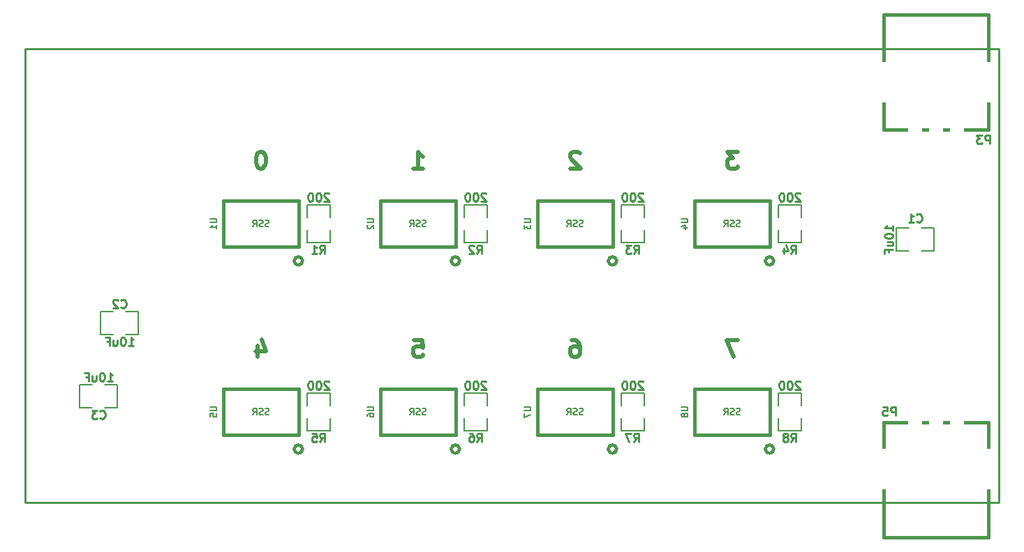
<source format=gbo>
G04 #@! TF.GenerationSoftware,KiCad,Pcbnew,no-vcs-found-7571~57~ubuntu16.04.1*
G04 #@! TF.CreationDate,2017-02-02T13:32:18-05:00*
G04 #@! TF.ProjectId,relay_controller_5x3,72656C61795F636F6E74726F6C6C6572,1.2*
G04 #@! TF.FileFunction,Legend,Bot*
G04 #@! TF.FilePolarity,Positive*
%FSLAX46Y46*%
G04 Gerber Fmt 4.6, Leading zero omitted, Abs format (unit mm)*
G04 Created by KiCad (PCBNEW no-vcs-found-7571~57~ubuntu16.04.1) date Thu Feb  2 13:32:18 2017*
%MOMM*%
%LPD*%
G01*
G04 APERTURE LIST*
%ADD10C,0.100000*%
%ADD11C,0.508000*%
%ADD12C,0.228600*%
%ADD13C,0.381000*%
%ADD14C,0.127000*%
%ADD15C,0.190500*%
%ADD16C,0.254000*%
%ADD17R,1.270000X2.032000*%
%ADD18C,3.759200*%
%ADD19O,1.524000X2.540000*%
%ADD20O,2.540000X1.524000*%
%ADD21C,2.540000*%
%ADD22C,1.778000*%
%ADD23C,1.930400*%
%ADD24O,4.572000X3.556000*%
%ADD25O,4.064000X5.080000*%
%ADD26O,5.080000X3.556000*%
%ADD27O,5.080000X3.048000*%
%ADD28O,2.032000X1.524000*%
%ADD29O,1.524000X2.032000*%
%ADD30O,1.651000X2.159000*%
%ADD31C,1.600200*%
%ADD32R,1.778000X4.191000*%
%ADD33R,2.997200X5.029200*%
%ADD34R,2.540000X1.270000*%
%ADD35R,1.270000X2.540000*%
G04 APERTURE END LIST*
D10*
D11*
X179747333Y-110647238D02*
X178392666Y-110647238D01*
X179263523Y-112679238D01*
X159632952Y-110647238D02*
X160020000Y-110647238D01*
X160213523Y-110744000D01*
X160310285Y-110840761D01*
X160503809Y-111131047D01*
X160600571Y-111518095D01*
X160600571Y-112292190D01*
X160503809Y-112485714D01*
X160407047Y-112582476D01*
X160213523Y-112679238D01*
X159826476Y-112679238D01*
X159632952Y-112582476D01*
X159536190Y-112485714D01*
X159439428Y-112292190D01*
X159439428Y-111808380D01*
X159536190Y-111614857D01*
X159632952Y-111518095D01*
X159826476Y-111421333D01*
X160213523Y-111421333D01*
X160407047Y-111518095D01*
X160503809Y-111614857D01*
X160600571Y-111808380D01*
X140486190Y-110647238D02*
X141453809Y-110647238D01*
X141550571Y-111614857D01*
X141453809Y-111518095D01*
X141260285Y-111421333D01*
X140776476Y-111421333D01*
X140582952Y-111518095D01*
X140486190Y-111614857D01*
X140389428Y-111808380D01*
X140389428Y-112292190D01*
X140486190Y-112485714D01*
X140582952Y-112582476D01*
X140776476Y-112679238D01*
X141260285Y-112679238D01*
X141453809Y-112582476D01*
X141550571Y-112485714D01*
X121532952Y-111324571D02*
X121532952Y-112679238D01*
X122016761Y-110550476D02*
X122500571Y-112001904D01*
X121242666Y-112001904D01*
X179747333Y-87787238D02*
X178489428Y-87787238D01*
X179166761Y-88561333D01*
X178876476Y-88561333D01*
X178682952Y-88658095D01*
X178586190Y-88754857D01*
X178489428Y-88948380D01*
X178489428Y-89432190D01*
X178586190Y-89625714D01*
X178682952Y-89722476D01*
X178876476Y-89819238D01*
X179457047Y-89819238D01*
X179650571Y-89722476D01*
X179747333Y-89625714D01*
X160600571Y-87980761D02*
X160503809Y-87884000D01*
X160310285Y-87787238D01*
X159826476Y-87787238D01*
X159632952Y-87884000D01*
X159536190Y-87980761D01*
X159439428Y-88174285D01*
X159439428Y-88367809D01*
X159536190Y-88658095D01*
X160697333Y-89819238D01*
X159439428Y-89819238D01*
X140389428Y-89819238D02*
X141550571Y-89819238D01*
X140970000Y-89819238D02*
X140970000Y-87787238D01*
X141163523Y-88077523D01*
X141357047Y-88271047D01*
X141550571Y-88367809D01*
X122016761Y-87787238D02*
X121823238Y-87787238D01*
X121629714Y-87884000D01*
X121532952Y-87980761D01*
X121436190Y-88174285D01*
X121339428Y-88561333D01*
X121339428Y-89045142D01*
X121436190Y-89432190D01*
X121532952Y-89625714D01*
X121629714Y-89722476D01*
X121823238Y-89819238D01*
X122016761Y-89819238D01*
X122210285Y-89722476D01*
X122307047Y-89625714D01*
X122403809Y-89432190D01*
X122500571Y-89045142D01*
X122500571Y-88561333D01*
X122403809Y-88174285D01*
X122307047Y-87980761D01*
X122210285Y-87884000D01*
X122016761Y-87787238D01*
D12*
X211455000Y-75311000D02*
X93345000Y-75311000D01*
X211455000Y-130429000D02*
X211455000Y-75311000D01*
X93345000Y-130429000D02*
X211455000Y-130429000D01*
X93345000Y-75311000D02*
X93345000Y-130429000D01*
D13*
X126492000Y-93726000D02*
X126492000Y-99314000D01*
X117348000Y-93726000D02*
X126492000Y-93726000D01*
X117348000Y-99314000D02*
X117348000Y-93726000D01*
X126492000Y-99314000D02*
X117348000Y-99314000D01*
X126968000Y-101044000D02*
G75*
G03X126968000Y-101044000I-508000J0D01*
G01*
X145542000Y-93726000D02*
X145542000Y-99314000D01*
X136398000Y-93726000D02*
X145542000Y-93726000D01*
X136398000Y-99314000D02*
X136398000Y-93726000D01*
X145542000Y-99314000D02*
X136398000Y-99314000D01*
X146018000Y-101044000D02*
G75*
G03X146018000Y-101044000I-508000J0D01*
G01*
X164592000Y-93726000D02*
X164592000Y-99314000D01*
X155448000Y-93726000D02*
X164592000Y-93726000D01*
X155448000Y-99314000D02*
X155448000Y-93726000D01*
X164592000Y-99314000D02*
X155448000Y-99314000D01*
X165068000Y-101044000D02*
G75*
G03X165068000Y-101044000I-508000J0D01*
G01*
X183642000Y-93726000D02*
X183642000Y-99314000D01*
X174498000Y-93726000D02*
X183642000Y-93726000D01*
X174498000Y-99314000D02*
X174498000Y-93726000D01*
X183642000Y-99314000D02*
X174498000Y-99314000D01*
X184118000Y-101044000D02*
G75*
G03X184118000Y-101044000I-508000J0D01*
G01*
X126492000Y-116586000D02*
X126492000Y-122174000D01*
X117348000Y-116586000D02*
X126492000Y-116586000D01*
X117348000Y-122174000D02*
X117348000Y-116586000D01*
X126492000Y-122174000D02*
X117348000Y-122174000D01*
X126968000Y-123904000D02*
G75*
G03X126968000Y-123904000I-508000J0D01*
G01*
X145542000Y-116586000D02*
X145542000Y-122174000D01*
X136398000Y-116586000D02*
X145542000Y-116586000D01*
X136398000Y-122174000D02*
X136398000Y-116586000D01*
X145542000Y-122174000D02*
X136398000Y-122174000D01*
X146018000Y-123904000D02*
G75*
G03X146018000Y-123904000I-508000J0D01*
G01*
X164592000Y-116586000D02*
X164592000Y-122174000D01*
X155448000Y-116586000D02*
X164592000Y-116586000D01*
X155448000Y-122174000D02*
X155448000Y-116586000D01*
X164592000Y-122174000D02*
X155448000Y-122174000D01*
X165068000Y-123904000D02*
G75*
G03X165068000Y-123904000I-508000J0D01*
G01*
X183642000Y-116586000D02*
X183642000Y-122174000D01*
X174498000Y-116586000D02*
X183642000Y-116586000D01*
X174498000Y-122174000D02*
X174498000Y-116586000D01*
X183642000Y-122174000D02*
X174498000Y-122174000D01*
X184118000Y-123904000D02*
G75*
G03X184118000Y-123904000I-508000J0D01*
G01*
X210185000Y-71120000D02*
X197485000Y-71120000D01*
X197485000Y-71120000D02*
X197485000Y-85090000D01*
X210185000Y-71120000D02*
X210185000Y-85090000D01*
X210185000Y-85090000D02*
X197485000Y-85090000D01*
X197485000Y-134620000D02*
X210185000Y-134620000D01*
X210185000Y-134620000D02*
X210185000Y-120650000D01*
X197485000Y-134620000D02*
X197485000Y-120650000D01*
X197485000Y-120650000D02*
X210185000Y-120650000D01*
D14*
X187452000Y-120142000D02*
X187452000Y-121666000D01*
X187452000Y-121666000D02*
X184658000Y-121666000D01*
X184658000Y-121666000D02*
X184658000Y-120142000D01*
X184658000Y-118618000D02*
X184658000Y-117094000D01*
X184658000Y-117094000D02*
X187452000Y-117094000D01*
X187452000Y-117094000D02*
X187452000Y-118618000D01*
X168402000Y-120142000D02*
X168402000Y-121666000D01*
X168402000Y-121666000D02*
X165608000Y-121666000D01*
X165608000Y-121666000D02*
X165608000Y-120142000D01*
X165608000Y-118618000D02*
X165608000Y-117094000D01*
X165608000Y-117094000D02*
X168402000Y-117094000D01*
X168402000Y-117094000D02*
X168402000Y-118618000D01*
X149352000Y-120142000D02*
X149352000Y-121666000D01*
X149352000Y-121666000D02*
X146558000Y-121666000D01*
X146558000Y-121666000D02*
X146558000Y-120142000D01*
X146558000Y-118618000D02*
X146558000Y-117094000D01*
X146558000Y-117094000D02*
X149352000Y-117094000D01*
X149352000Y-117094000D02*
X149352000Y-118618000D01*
X130302000Y-120142000D02*
X130302000Y-121666000D01*
X130302000Y-121666000D02*
X127508000Y-121666000D01*
X127508000Y-121666000D02*
X127508000Y-120142000D01*
X127508000Y-118618000D02*
X127508000Y-117094000D01*
X127508000Y-117094000D02*
X130302000Y-117094000D01*
X130302000Y-117094000D02*
X130302000Y-118618000D01*
X187452000Y-97282000D02*
X187452000Y-98806000D01*
X187452000Y-98806000D02*
X184658000Y-98806000D01*
X184658000Y-98806000D02*
X184658000Y-97282000D01*
X184658000Y-95758000D02*
X184658000Y-94234000D01*
X184658000Y-94234000D02*
X187452000Y-94234000D01*
X187452000Y-94234000D02*
X187452000Y-95758000D01*
X168402000Y-97282000D02*
X168402000Y-98806000D01*
X168402000Y-98806000D02*
X165608000Y-98806000D01*
X165608000Y-98806000D02*
X165608000Y-97282000D01*
X165608000Y-95758000D02*
X165608000Y-94234000D01*
X165608000Y-94234000D02*
X168402000Y-94234000D01*
X168402000Y-94234000D02*
X168402000Y-95758000D01*
X149352000Y-97282000D02*
X149352000Y-98806000D01*
X149352000Y-98806000D02*
X146558000Y-98806000D01*
X146558000Y-98806000D02*
X146558000Y-97282000D01*
X146558000Y-95758000D02*
X146558000Y-94234000D01*
X146558000Y-94234000D02*
X149352000Y-94234000D01*
X149352000Y-94234000D02*
X149352000Y-95758000D01*
X130302000Y-97282000D02*
X130302000Y-98806000D01*
X130302000Y-98806000D02*
X127508000Y-98806000D01*
X127508000Y-98806000D02*
X127508000Y-97282000D01*
X127508000Y-95758000D02*
X127508000Y-94234000D01*
X127508000Y-94234000D02*
X130302000Y-94234000D01*
X130302000Y-94234000D02*
X130302000Y-95758000D01*
X101473000Y-118872000D02*
X99949000Y-118872000D01*
X99949000Y-118872000D02*
X99949000Y-116078000D01*
X99949000Y-116078000D02*
X101473000Y-116078000D01*
X102997000Y-116078000D02*
X104521000Y-116078000D01*
X104521000Y-116078000D02*
X104521000Y-118872000D01*
X104521000Y-118872000D02*
X102997000Y-118872000D01*
X105537000Y-107188000D02*
X107061000Y-107188000D01*
X107061000Y-107188000D02*
X107061000Y-109982000D01*
X107061000Y-109982000D02*
X105537000Y-109982000D01*
X104013000Y-109982000D02*
X102489000Y-109982000D01*
X102489000Y-109982000D02*
X102489000Y-107188000D01*
X102489000Y-107188000D02*
X104013000Y-107188000D01*
X200533000Y-99822000D02*
X199009000Y-99822000D01*
X199009000Y-99822000D02*
X199009000Y-97028000D01*
X199009000Y-97028000D02*
X200533000Y-97028000D01*
X202057000Y-97028000D02*
X203581000Y-97028000D01*
X203581000Y-97028000D02*
X203581000Y-99822000D01*
X203581000Y-99822000D02*
X202057000Y-99822000D01*
D15*
X115787714Y-95939428D02*
X116404571Y-95939428D01*
X116477142Y-95975714D01*
X116513428Y-96012000D01*
X116549714Y-96084571D01*
X116549714Y-96229714D01*
X116513428Y-96302285D01*
X116477142Y-96338571D01*
X116404571Y-96374857D01*
X115787714Y-96374857D01*
X116549714Y-97136857D02*
X116549714Y-96701428D01*
X116549714Y-96919142D02*
X115787714Y-96919142D01*
X115896571Y-96846571D01*
X115969142Y-96774000D01*
X116005428Y-96701428D01*
X122881571Y-96828428D02*
X122772714Y-96864714D01*
X122591285Y-96864714D01*
X122518714Y-96828428D01*
X122482428Y-96792142D01*
X122446142Y-96719571D01*
X122446142Y-96647000D01*
X122482428Y-96574428D01*
X122518714Y-96538142D01*
X122591285Y-96501857D01*
X122736428Y-96465571D01*
X122809000Y-96429285D01*
X122845285Y-96393000D01*
X122881571Y-96320428D01*
X122881571Y-96247857D01*
X122845285Y-96175285D01*
X122809000Y-96139000D01*
X122736428Y-96102714D01*
X122555000Y-96102714D01*
X122446142Y-96139000D01*
X122155857Y-96828428D02*
X122047000Y-96864714D01*
X121865571Y-96864714D01*
X121793000Y-96828428D01*
X121756714Y-96792142D01*
X121720428Y-96719571D01*
X121720428Y-96647000D01*
X121756714Y-96574428D01*
X121793000Y-96538142D01*
X121865571Y-96501857D01*
X122010714Y-96465571D01*
X122083285Y-96429285D01*
X122119571Y-96393000D01*
X122155857Y-96320428D01*
X122155857Y-96247857D01*
X122119571Y-96175285D01*
X122083285Y-96139000D01*
X122010714Y-96102714D01*
X121829285Y-96102714D01*
X121720428Y-96139000D01*
X120958428Y-96864714D02*
X121212428Y-96501857D01*
X121393857Y-96864714D02*
X121393857Y-96102714D01*
X121103571Y-96102714D01*
X121031000Y-96139000D01*
X120994714Y-96175285D01*
X120958428Y-96247857D01*
X120958428Y-96356714D01*
X120994714Y-96429285D01*
X121031000Y-96465571D01*
X121103571Y-96501857D01*
X121393857Y-96501857D01*
X134837714Y-95939428D02*
X135454571Y-95939428D01*
X135527142Y-95975714D01*
X135563428Y-96012000D01*
X135599714Y-96084571D01*
X135599714Y-96229714D01*
X135563428Y-96302285D01*
X135527142Y-96338571D01*
X135454571Y-96374857D01*
X134837714Y-96374857D01*
X134910285Y-96701428D02*
X134874000Y-96737714D01*
X134837714Y-96810285D01*
X134837714Y-96991714D01*
X134874000Y-97064285D01*
X134910285Y-97100571D01*
X134982857Y-97136857D01*
X135055428Y-97136857D01*
X135164285Y-97100571D01*
X135599714Y-96665142D01*
X135599714Y-97136857D01*
X141931571Y-96828428D02*
X141822714Y-96864714D01*
X141641285Y-96864714D01*
X141568714Y-96828428D01*
X141532428Y-96792142D01*
X141496142Y-96719571D01*
X141496142Y-96647000D01*
X141532428Y-96574428D01*
X141568714Y-96538142D01*
X141641285Y-96501857D01*
X141786428Y-96465571D01*
X141859000Y-96429285D01*
X141895285Y-96393000D01*
X141931571Y-96320428D01*
X141931571Y-96247857D01*
X141895285Y-96175285D01*
X141859000Y-96139000D01*
X141786428Y-96102714D01*
X141605000Y-96102714D01*
X141496142Y-96139000D01*
X141205857Y-96828428D02*
X141097000Y-96864714D01*
X140915571Y-96864714D01*
X140843000Y-96828428D01*
X140806714Y-96792142D01*
X140770428Y-96719571D01*
X140770428Y-96647000D01*
X140806714Y-96574428D01*
X140843000Y-96538142D01*
X140915571Y-96501857D01*
X141060714Y-96465571D01*
X141133285Y-96429285D01*
X141169571Y-96393000D01*
X141205857Y-96320428D01*
X141205857Y-96247857D01*
X141169571Y-96175285D01*
X141133285Y-96139000D01*
X141060714Y-96102714D01*
X140879285Y-96102714D01*
X140770428Y-96139000D01*
X140008428Y-96864714D02*
X140262428Y-96501857D01*
X140443857Y-96864714D02*
X140443857Y-96102714D01*
X140153571Y-96102714D01*
X140081000Y-96139000D01*
X140044714Y-96175285D01*
X140008428Y-96247857D01*
X140008428Y-96356714D01*
X140044714Y-96429285D01*
X140081000Y-96465571D01*
X140153571Y-96501857D01*
X140443857Y-96501857D01*
X153887714Y-95939428D02*
X154504571Y-95939428D01*
X154577142Y-95975714D01*
X154613428Y-96012000D01*
X154649714Y-96084571D01*
X154649714Y-96229714D01*
X154613428Y-96302285D01*
X154577142Y-96338571D01*
X154504571Y-96374857D01*
X153887714Y-96374857D01*
X153887714Y-96665142D02*
X153887714Y-97136857D01*
X154178000Y-96882857D01*
X154178000Y-96991714D01*
X154214285Y-97064285D01*
X154250571Y-97100571D01*
X154323142Y-97136857D01*
X154504571Y-97136857D01*
X154577142Y-97100571D01*
X154613428Y-97064285D01*
X154649714Y-96991714D01*
X154649714Y-96774000D01*
X154613428Y-96701428D01*
X154577142Y-96665142D01*
X160981571Y-96828428D02*
X160872714Y-96864714D01*
X160691285Y-96864714D01*
X160618714Y-96828428D01*
X160582428Y-96792142D01*
X160546142Y-96719571D01*
X160546142Y-96647000D01*
X160582428Y-96574428D01*
X160618714Y-96538142D01*
X160691285Y-96501857D01*
X160836428Y-96465571D01*
X160909000Y-96429285D01*
X160945285Y-96393000D01*
X160981571Y-96320428D01*
X160981571Y-96247857D01*
X160945285Y-96175285D01*
X160909000Y-96139000D01*
X160836428Y-96102714D01*
X160655000Y-96102714D01*
X160546142Y-96139000D01*
X160255857Y-96828428D02*
X160147000Y-96864714D01*
X159965571Y-96864714D01*
X159893000Y-96828428D01*
X159856714Y-96792142D01*
X159820428Y-96719571D01*
X159820428Y-96647000D01*
X159856714Y-96574428D01*
X159893000Y-96538142D01*
X159965571Y-96501857D01*
X160110714Y-96465571D01*
X160183285Y-96429285D01*
X160219571Y-96393000D01*
X160255857Y-96320428D01*
X160255857Y-96247857D01*
X160219571Y-96175285D01*
X160183285Y-96139000D01*
X160110714Y-96102714D01*
X159929285Y-96102714D01*
X159820428Y-96139000D01*
X159058428Y-96864714D02*
X159312428Y-96501857D01*
X159493857Y-96864714D02*
X159493857Y-96102714D01*
X159203571Y-96102714D01*
X159131000Y-96139000D01*
X159094714Y-96175285D01*
X159058428Y-96247857D01*
X159058428Y-96356714D01*
X159094714Y-96429285D01*
X159131000Y-96465571D01*
X159203571Y-96501857D01*
X159493857Y-96501857D01*
X172937714Y-95939428D02*
X173554571Y-95939428D01*
X173627142Y-95975714D01*
X173663428Y-96012000D01*
X173699714Y-96084571D01*
X173699714Y-96229714D01*
X173663428Y-96302285D01*
X173627142Y-96338571D01*
X173554571Y-96374857D01*
X172937714Y-96374857D01*
X173191714Y-97064285D02*
X173699714Y-97064285D01*
X172901428Y-96882857D02*
X173445714Y-96701428D01*
X173445714Y-97173142D01*
X180031571Y-96828428D02*
X179922714Y-96864714D01*
X179741285Y-96864714D01*
X179668714Y-96828428D01*
X179632428Y-96792142D01*
X179596142Y-96719571D01*
X179596142Y-96647000D01*
X179632428Y-96574428D01*
X179668714Y-96538142D01*
X179741285Y-96501857D01*
X179886428Y-96465571D01*
X179959000Y-96429285D01*
X179995285Y-96393000D01*
X180031571Y-96320428D01*
X180031571Y-96247857D01*
X179995285Y-96175285D01*
X179959000Y-96139000D01*
X179886428Y-96102714D01*
X179705000Y-96102714D01*
X179596142Y-96139000D01*
X179305857Y-96828428D02*
X179197000Y-96864714D01*
X179015571Y-96864714D01*
X178943000Y-96828428D01*
X178906714Y-96792142D01*
X178870428Y-96719571D01*
X178870428Y-96647000D01*
X178906714Y-96574428D01*
X178943000Y-96538142D01*
X179015571Y-96501857D01*
X179160714Y-96465571D01*
X179233285Y-96429285D01*
X179269571Y-96393000D01*
X179305857Y-96320428D01*
X179305857Y-96247857D01*
X179269571Y-96175285D01*
X179233285Y-96139000D01*
X179160714Y-96102714D01*
X178979285Y-96102714D01*
X178870428Y-96139000D01*
X178108428Y-96864714D02*
X178362428Y-96501857D01*
X178543857Y-96864714D02*
X178543857Y-96102714D01*
X178253571Y-96102714D01*
X178181000Y-96139000D01*
X178144714Y-96175285D01*
X178108428Y-96247857D01*
X178108428Y-96356714D01*
X178144714Y-96429285D01*
X178181000Y-96465571D01*
X178253571Y-96501857D01*
X178543857Y-96501857D01*
X115787714Y-118799428D02*
X116404571Y-118799428D01*
X116477142Y-118835714D01*
X116513428Y-118872000D01*
X116549714Y-118944571D01*
X116549714Y-119089714D01*
X116513428Y-119162285D01*
X116477142Y-119198571D01*
X116404571Y-119234857D01*
X115787714Y-119234857D01*
X115787714Y-119960571D02*
X115787714Y-119597714D01*
X116150571Y-119561428D01*
X116114285Y-119597714D01*
X116078000Y-119670285D01*
X116078000Y-119851714D01*
X116114285Y-119924285D01*
X116150571Y-119960571D01*
X116223142Y-119996857D01*
X116404571Y-119996857D01*
X116477142Y-119960571D01*
X116513428Y-119924285D01*
X116549714Y-119851714D01*
X116549714Y-119670285D01*
X116513428Y-119597714D01*
X116477142Y-119561428D01*
X122881571Y-119688428D02*
X122772714Y-119724714D01*
X122591285Y-119724714D01*
X122518714Y-119688428D01*
X122482428Y-119652142D01*
X122446142Y-119579571D01*
X122446142Y-119507000D01*
X122482428Y-119434428D01*
X122518714Y-119398142D01*
X122591285Y-119361857D01*
X122736428Y-119325571D01*
X122809000Y-119289285D01*
X122845285Y-119253000D01*
X122881571Y-119180428D01*
X122881571Y-119107857D01*
X122845285Y-119035285D01*
X122809000Y-118999000D01*
X122736428Y-118962714D01*
X122555000Y-118962714D01*
X122446142Y-118999000D01*
X122155857Y-119688428D02*
X122047000Y-119724714D01*
X121865571Y-119724714D01*
X121793000Y-119688428D01*
X121756714Y-119652142D01*
X121720428Y-119579571D01*
X121720428Y-119507000D01*
X121756714Y-119434428D01*
X121793000Y-119398142D01*
X121865571Y-119361857D01*
X122010714Y-119325571D01*
X122083285Y-119289285D01*
X122119571Y-119253000D01*
X122155857Y-119180428D01*
X122155857Y-119107857D01*
X122119571Y-119035285D01*
X122083285Y-118999000D01*
X122010714Y-118962714D01*
X121829285Y-118962714D01*
X121720428Y-118999000D01*
X120958428Y-119724714D02*
X121212428Y-119361857D01*
X121393857Y-119724714D02*
X121393857Y-118962714D01*
X121103571Y-118962714D01*
X121031000Y-118999000D01*
X120994714Y-119035285D01*
X120958428Y-119107857D01*
X120958428Y-119216714D01*
X120994714Y-119289285D01*
X121031000Y-119325571D01*
X121103571Y-119361857D01*
X121393857Y-119361857D01*
X134837714Y-118799428D02*
X135454571Y-118799428D01*
X135527142Y-118835714D01*
X135563428Y-118872000D01*
X135599714Y-118944571D01*
X135599714Y-119089714D01*
X135563428Y-119162285D01*
X135527142Y-119198571D01*
X135454571Y-119234857D01*
X134837714Y-119234857D01*
X134837714Y-119924285D02*
X134837714Y-119779142D01*
X134874000Y-119706571D01*
X134910285Y-119670285D01*
X135019142Y-119597714D01*
X135164285Y-119561428D01*
X135454571Y-119561428D01*
X135527142Y-119597714D01*
X135563428Y-119634000D01*
X135599714Y-119706571D01*
X135599714Y-119851714D01*
X135563428Y-119924285D01*
X135527142Y-119960571D01*
X135454571Y-119996857D01*
X135273142Y-119996857D01*
X135200571Y-119960571D01*
X135164285Y-119924285D01*
X135128000Y-119851714D01*
X135128000Y-119706571D01*
X135164285Y-119634000D01*
X135200571Y-119597714D01*
X135273142Y-119561428D01*
X141931571Y-119688428D02*
X141822714Y-119724714D01*
X141641285Y-119724714D01*
X141568714Y-119688428D01*
X141532428Y-119652142D01*
X141496142Y-119579571D01*
X141496142Y-119507000D01*
X141532428Y-119434428D01*
X141568714Y-119398142D01*
X141641285Y-119361857D01*
X141786428Y-119325571D01*
X141859000Y-119289285D01*
X141895285Y-119253000D01*
X141931571Y-119180428D01*
X141931571Y-119107857D01*
X141895285Y-119035285D01*
X141859000Y-118999000D01*
X141786428Y-118962714D01*
X141605000Y-118962714D01*
X141496142Y-118999000D01*
X141205857Y-119688428D02*
X141097000Y-119724714D01*
X140915571Y-119724714D01*
X140843000Y-119688428D01*
X140806714Y-119652142D01*
X140770428Y-119579571D01*
X140770428Y-119507000D01*
X140806714Y-119434428D01*
X140843000Y-119398142D01*
X140915571Y-119361857D01*
X141060714Y-119325571D01*
X141133285Y-119289285D01*
X141169571Y-119253000D01*
X141205857Y-119180428D01*
X141205857Y-119107857D01*
X141169571Y-119035285D01*
X141133285Y-118999000D01*
X141060714Y-118962714D01*
X140879285Y-118962714D01*
X140770428Y-118999000D01*
X140008428Y-119724714D02*
X140262428Y-119361857D01*
X140443857Y-119724714D02*
X140443857Y-118962714D01*
X140153571Y-118962714D01*
X140081000Y-118999000D01*
X140044714Y-119035285D01*
X140008428Y-119107857D01*
X140008428Y-119216714D01*
X140044714Y-119289285D01*
X140081000Y-119325571D01*
X140153571Y-119361857D01*
X140443857Y-119361857D01*
X153887714Y-118799428D02*
X154504571Y-118799428D01*
X154577142Y-118835714D01*
X154613428Y-118872000D01*
X154649714Y-118944571D01*
X154649714Y-119089714D01*
X154613428Y-119162285D01*
X154577142Y-119198571D01*
X154504571Y-119234857D01*
X153887714Y-119234857D01*
X153887714Y-119525142D02*
X153887714Y-120033142D01*
X154649714Y-119706571D01*
X160981571Y-119688428D02*
X160872714Y-119724714D01*
X160691285Y-119724714D01*
X160618714Y-119688428D01*
X160582428Y-119652142D01*
X160546142Y-119579571D01*
X160546142Y-119507000D01*
X160582428Y-119434428D01*
X160618714Y-119398142D01*
X160691285Y-119361857D01*
X160836428Y-119325571D01*
X160909000Y-119289285D01*
X160945285Y-119253000D01*
X160981571Y-119180428D01*
X160981571Y-119107857D01*
X160945285Y-119035285D01*
X160909000Y-118999000D01*
X160836428Y-118962714D01*
X160655000Y-118962714D01*
X160546142Y-118999000D01*
X160255857Y-119688428D02*
X160147000Y-119724714D01*
X159965571Y-119724714D01*
X159893000Y-119688428D01*
X159856714Y-119652142D01*
X159820428Y-119579571D01*
X159820428Y-119507000D01*
X159856714Y-119434428D01*
X159893000Y-119398142D01*
X159965571Y-119361857D01*
X160110714Y-119325571D01*
X160183285Y-119289285D01*
X160219571Y-119253000D01*
X160255857Y-119180428D01*
X160255857Y-119107857D01*
X160219571Y-119035285D01*
X160183285Y-118999000D01*
X160110714Y-118962714D01*
X159929285Y-118962714D01*
X159820428Y-118999000D01*
X159058428Y-119724714D02*
X159312428Y-119361857D01*
X159493857Y-119724714D02*
X159493857Y-118962714D01*
X159203571Y-118962714D01*
X159131000Y-118999000D01*
X159094714Y-119035285D01*
X159058428Y-119107857D01*
X159058428Y-119216714D01*
X159094714Y-119289285D01*
X159131000Y-119325571D01*
X159203571Y-119361857D01*
X159493857Y-119361857D01*
X172937714Y-118799428D02*
X173554571Y-118799428D01*
X173627142Y-118835714D01*
X173663428Y-118872000D01*
X173699714Y-118944571D01*
X173699714Y-119089714D01*
X173663428Y-119162285D01*
X173627142Y-119198571D01*
X173554571Y-119234857D01*
X172937714Y-119234857D01*
X173264285Y-119706571D02*
X173228000Y-119634000D01*
X173191714Y-119597714D01*
X173119142Y-119561428D01*
X173082857Y-119561428D01*
X173010285Y-119597714D01*
X172974000Y-119634000D01*
X172937714Y-119706571D01*
X172937714Y-119851714D01*
X172974000Y-119924285D01*
X173010285Y-119960571D01*
X173082857Y-119996857D01*
X173119142Y-119996857D01*
X173191714Y-119960571D01*
X173228000Y-119924285D01*
X173264285Y-119851714D01*
X173264285Y-119706571D01*
X173300571Y-119634000D01*
X173336857Y-119597714D01*
X173409428Y-119561428D01*
X173554571Y-119561428D01*
X173627142Y-119597714D01*
X173663428Y-119634000D01*
X173699714Y-119706571D01*
X173699714Y-119851714D01*
X173663428Y-119924285D01*
X173627142Y-119960571D01*
X173554571Y-119996857D01*
X173409428Y-119996857D01*
X173336857Y-119960571D01*
X173300571Y-119924285D01*
X173264285Y-119851714D01*
X180031571Y-119688428D02*
X179922714Y-119724714D01*
X179741285Y-119724714D01*
X179668714Y-119688428D01*
X179632428Y-119652142D01*
X179596142Y-119579571D01*
X179596142Y-119507000D01*
X179632428Y-119434428D01*
X179668714Y-119398142D01*
X179741285Y-119361857D01*
X179886428Y-119325571D01*
X179959000Y-119289285D01*
X179995285Y-119253000D01*
X180031571Y-119180428D01*
X180031571Y-119107857D01*
X179995285Y-119035285D01*
X179959000Y-118999000D01*
X179886428Y-118962714D01*
X179705000Y-118962714D01*
X179596142Y-118999000D01*
X179305857Y-119688428D02*
X179197000Y-119724714D01*
X179015571Y-119724714D01*
X178943000Y-119688428D01*
X178906714Y-119652142D01*
X178870428Y-119579571D01*
X178870428Y-119507000D01*
X178906714Y-119434428D01*
X178943000Y-119398142D01*
X179015571Y-119361857D01*
X179160714Y-119325571D01*
X179233285Y-119289285D01*
X179269571Y-119253000D01*
X179305857Y-119180428D01*
X179305857Y-119107857D01*
X179269571Y-119035285D01*
X179233285Y-118999000D01*
X179160714Y-118962714D01*
X178979285Y-118962714D01*
X178870428Y-118999000D01*
X178108428Y-119724714D02*
X178362428Y-119361857D01*
X178543857Y-119724714D02*
X178543857Y-118962714D01*
X178253571Y-118962714D01*
X178181000Y-118999000D01*
X178144714Y-119035285D01*
X178108428Y-119107857D01*
X178108428Y-119216714D01*
X178144714Y-119289285D01*
X178181000Y-119325571D01*
X178253571Y-119361857D01*
X178543857Y-119361857D01*
D16*
X210299904Y-86819619D02*
X210299904Y-85803619D01*
X209912857Y-85803619D01*
X209816095Y-85852000D01*
X209767714Y-85900380D01*
X209719333Y-85997142D01*
X209719333Y-86142285D01*
X209767714Y-86239047D01*
X209816095Y-86287428D01*
X209912857Y-86335809D01*
X210299904Y-86335809D01*
X209380666Y-85803619D02*
X208751714Y-85803619D01*
X209090380Y-86190666D01*
X208945238Y-86190666D01*
X208848476Y-86239047D01*
X208800095Y-86287428D01*
X208751714Y-86384190D01*
X208751714Y-86626095D01*
X208800095Y-86722857D01*
X208848476Y-86771238D01*
X208945238Y-86819619D01*
X209235523Y-86819619D01*
X209332285Y-86771238D01*
X209380666Y-86722857D01*
X198869904Y-119839619D02*
X198869904Y-118823619D01*
X198482857Y-118823619D01*
X198386095Y-118872000D01*
X198337714Y-118920380D01*
X198289333Y-119017142D01*
X198289333Y-119162285D01*
X198337714Y-119259047D01*
X198386095Y-119307428D01*
X198482857Y-119355809D01*
X198869904Y-119355809D01*
X197370095Y-118823619D02*
X197853904Y-118823619D01*
X197902285Y-119307428D01*
X197853904Y-119259047D01*
X197757142Y-119210666D01*
X197515238Y-119210666D01*
X197418476Y-119259047D01*
X197370095Y-119307428D01*
X197321714Y-119404190D01*
X197321714Y-119646095D01*
X197370095Y-119742857D01*
X197418476Y-119791238D01*
X197515238Y-119839619D01*
X197757142Y-119839619D01*
X197853904Y-119791238D01*
X197902285Y-119742857D01*
X186224333Y-123014619D02*
X186563000Y-122530809D01*
X186804904Y-123014619D02*
X186804904Y-121998619D01*
X186417857Y-121998619D01*
X186321095Y-122047000D01*
X186272714Y-122095380D01*
X186224333Y-122192142D01*
X186224333Y-122337285D01*
X186272714Y-122434047D01*
X186321095Y-122482428D01*
X186417857Y-122530809D01*
X186804904Y-122530809D01*
X185643761Y-122434047D02*
X185740523Y-122385666D01*
X185788904Y-122337285D01*
X185837285Y-122240523D01*
X185837285Y-122192142D01*
X185788904Y-122095380D01*
X185740523Y-122047000D01*
X185643761Y-121998619D01*
X185450238Y-121998619D01*
X185353476Y-122047000D01*
X185305095Y-122095380D01*
X185256714Y-122192142D01*
X185256714Y-122240523D01*
X185305095Y-122337285D01*
X185353476Y-122385666D01*
X185450238Y-122434047D01*
X185643761Y-122434047D01*
X185740523Y-122482428D01*
X185788904Y-122530809D01*
X185837285Y-122627571D01*
X185837285Y-122821095D01*
X185788904Y-122917857D01*
X185740523Y-122966238D01*
X185643761Y-123014619D01*
X185450238Y-123014619D01*
X185353476Y-122966238D01*
X185305095Y-122917857D01*
X185256714Y-122821095D01*
X185256714Y-122627571D01*
X185305095Y-122530809D01*
X185353476Y-122482428D01*
X185450238Y-122434047D01*
X187312904Y-115745380D02*
X187264523Y-115697000D01*
X187167761Y-115648619D01*
X186925857Y-115648619D01*
X186829095Y-115697000D01*
X186780714Y-115745380D01*
X186732333Y-115842142D01*
X186732333Y-115938904D01*
X186780714Y-116084047D01*
X187361285Y-116664619D01*
X186732333Y-116664619D01*
X186103380Y-115648619D02*
X186006619Y-115648619D01*
X185909857Y-115697000D01*
X185861476Y-115745380D01*
X185813095Y-115842142D01*
X185764714Y-116035666D01*
X185764714Y-116277571D01*
X185813095Y-116471095D01*
X185861476Y-116567857D01*
X185909857Y-116616238D01*
X186006619Y-116664619D01*
X186103380Y-116664619D01*
X186200142Y-116616238D01*
X186248523Y-116567857D01*
X186296904Y-116471095D01*
X186345285Y-116277571D01*
X186345285Y-116035666D01*
X186296904Y-115842142D01*
X186248523Y-115745380D01*
X186200142Y-115697000D01*
X186103380Y-115648619D01*
X185135761Y-115648619D02*
X185039000Y-115648619D01*
X184942238Y-115697000D01*
X184893857Y-115745380D01*
X184845476Y-115842142D01*
X184797095Y-116035666D01*
X184797095Y-116277571D01*
X184845476Y-116471095D01*
X184893857Y-116567857D01*
X184942238Y-116616238D01*
X185039000Y-116664619D01*
X185135761Y-116664619D01*
X185232523Y-116616238D01*
X185280904Y-116567857D01*
X185329285Y-116471095D01*
X185377666Y-116277571D01*
X185377666Y-116035666D01*
X185329285Y-115842142D01*
X185280904Y-115745380D01*
X185232523Y-115697000D01*
X185135761Y-115648619D01*
X167174333Y-123014619D02*
X167513000Y-122530809D01*
X167754904Y-123014619D02*
X167754904Y-121998619D01*
X167367857Y-121998619D01*
X167271095Y-122047000D01*
X167222714Y-122095380D01*
X167174333Y-122192142D01*
X167174333Y-122337285D01*
X167222714Y-122434047D01*
X167271095Y-122482428D01*
X167367857Y-122530809D01*
X167754904Y-122530809D01*
X166835666Y-121998619D02*
X166158333Y-121998619D01*
X166593761Y-123014619D01*
X168262904Y-115745380D02*
X168214523Y-115697000D01*
X168117761Y-115648619D01*
X167875857Y-115648619D01*
X167779095Y-115697000D01*
X167730714Y-115745380D01*
X167682333Y-115842142D01*
X167682333Y-115938904D01*
X167730714Y-116084047D01*
X168311285Y-116664619D01*
X167682333Y-116664619D01*
X167053380Y-115648619D02*
X166956619Y-115648619D01*
X166859857Y-115697000D01*
X166811476Y-115745380D01*
X166763095Y-115842142D01*
X166714714Y-116035666D01*
X166714714Y-116277571D01*
X166763095Y-116471095D01*
X166811476Y-116567857D01*
X166859857Y-116616238D01*
X166956619Y-116664619D01*
X167053380Y-116664619D01*
X167150142Y-116616238D01*
X167198523Y-116567857D01*
X167246904Y-116471095D01*
X167295285Y-116277571D01*
X167295285Y-116035666D01*
X167246904Y-115842142D01*
X167198523Y-115745380D01*
X167150142Y-115697000D01*
X167053380Y-115648619D01*
X166085761Y-115648619D02*
X165989000Y-115648619D01*
X165892238Y-115697000D01*
X165843857Y-115745380D01*
X165795476Y-115842142D01*
X165747095Y-116035666D01*
X165747095Y-116277571D01*
X165795476Y-116471095D01*
X165843857Y-116567857D01*
X165892238Y-116616238D01*
X165989000Y-116664619D01*
X166085761Y-116664619D01*
X166182523Y-116616238D01*
X166230904Y-116567857D01*
X166279285Y-116471095D01*
X166327666Y-116277571D01*
X166327666Y-116035666D01*
X166279285Y-115842142D01*
X166230904Y-115745380D01*
X166182523Y-115697000D01*
X166085761Y-115648619D01*
X148124333Y-123014619D02*
X148463000Y-122530809D01*
X148704904Y-123014619D02*
X148704904Y-121998619D01*
X148317857Y-121998619D01*
X148221095Y-122047000D01*
X148172714Y-122095380D01*
X148124333Y-122192142D01*
X148124333Y-122337285D01*
X148172714Y-122434047D01*
X148221095Y-122482428D01*
X148317857Y-122530809D01*
X148704904Y-122530809D01*
X147253476Y-121998619D02*
X147447000Y-121998619D01*
X147543761Y-122047000D01*
X147592142Y-122095380D01*
X147688904Y-122240523D01*
X147737285Y-122434047D01*
X147737285Y-122821095D01*
X147688904Y-122917857D01*
X147640523Y-122966238D01*
X147543761Y-123014619D01*
X147350238Y-123014619D01*
X147253476Y-122966238D01*
X147205095Y-122917857D01*
X147156714Y-122821095D01*
X147156714Y-122579190D01*
X147205095Y-122482428D01*
X147253476Y-122434047D01*
X147350238Y-122385666D01*
X147543761Y-122385666D01*
X147640523Y-122434047D01*
X147688904Y-122482428D01*
X147737285Y-122579190D01*
X149212904Y-115745380D02*
X149164523Y-115697000D01*
X149067761Y-115648619D01*
X148825857Y-115648619D01*
X148729095Y-115697000D01*
X148680714Y-115745380D01*
X148632333Y-115842142D01*
X148632333Y-115938904D01*
X148680714Y-116084047D01*
X149261285Y-116664619D01*
X148632333Y-116664619D01*
X148003380Y-115648619D02*
X147906619Y-115648619D01*
X147809857Y-115697000D01*
X147761476Y-115745380D01*
X147713095Y-115842142D01*
X147664714Y-116035666D01*
X147664714Y-116277571D01*
X147713095Y-116471095D01*
X147761476Y-116567857D01*
X147809857Y-116616238D01*
X147906619Y-116664619D01*
X148003380Y-116664619D01*
X148100142Y-116616238D01*
X148148523Y-116567857D01*
X148196904Y-116471095D01*
X148245285Y-116277571D01*
X148245285Y-116035666D01*
X148196904Y-115842142D01*
X148148523Y-115745380D01*
X148100142Y-115697000D01*
X148003380Y-115648619D01*
X147035761Y-115648619D02*
X146939000Y-115648619D01*
X146842238Y-115697000D01*
X146793857Y-115745380D01*
X146745476Y-115842142D01*
X146697095Y-116035666D01*
X146697095Y-116277571D01*
X146745476Y-116471095D01*
X146793857Y-116567857D01*
X146842238Y-116616238D01*
X146939000Y-116664619D01*
X147035761Y-116664619D01*
X147132523Y-116616238D01*
X147180904Y-116567857D01*
X147229285Y-116471095D01*
X147277666Y-116277571D01*
X147277666Y-116035666D01*
X147229285Y-115842142D01*
X147180904Y-115745380D01*
X147132523Y-115697000D01*
X147035761Y-115648619D01*
X129074333Y-123014619D02*
X129413000Y-122530809D01*
X129654904Y-123014619D02*
X129654904Y-121998619D01*
X129267857Y-121998619D01*
X129171095Y-122047000D01*
X129122714Y-122095380D01*
X129074333Y-122192142D01*
X129074333Y-122337285D01*
X129122714Y-122434047D01*
X129171095Y-122482428D01*
X129267857Y-122530809D01*
X129654904Y-122530809D01*
X128155095Y-121998619D02*
X128638904Y-121998619D01*
X128687285Y-122482428D01*
X128638904Y-122434047D01*
X128542142Y-122385666D01*
X128300238Y-122385666D01*
X128203476Y-122434047D01*
X128155095Y-122482428D01*
X128106714Y-122579190D01*
X128106714Y-122821095D01*
X128155095Y-122917857D01*
X128203476Y-122966238D01*
X128300238Y-123014619D01*
X128542142Y-123014619D01*
X128638904Y-122966238D01*
X128687285Y-122917857D01*
X130162904Y-115745380D02*
X130114523Y-115697000D01*
X130017761Y-115648619D01*
X129775857Y-115648619D01*
X129679095Y-115697000D01*
X129630714Y-115745380D01*
X129582333Y-115842142D01*
X129582333Y-115938904D01*
X129630714Y-116084047D01*
X130211285Y-116664619D01*
X129582333Y-116664619D01*
X128953380Y-115648619D02*
X128856619Y-115648619D01*
X128759857Y-115697000D01*
X128711476Y-115745380D01*
X128663095Y-115842142D01*
X128614714Y-116035666D01*
X128614714Y-116277571D01*
X128663095Y-116471095D01*
X128711476Y-116567857D01*
X128759857Y-116616238D01*
X128856619Y-116664619D01*
X128953380Y-116664619D01*
X129050142Y-116616238D01*
X129098523Y-116567857D01*
X129146904Y-116471095D01*
X129195285Y-116277571D01*
X129195285Y-116035666D01*
X129146904Y-115842142D01*
X129098523Y-115745380D01*
X129050142Y-115697000D01*
X128953380Y-115648619D01*
X127985761Y-115648619D02*
X127889000Y-115648619D01*
X127792238Y-115697000D01*
X127743857Y-115745380D01*
X127695476Y-115842142D01*
X127647095Y-116035666D01*
X127647095Y-116277571D01*
X127695476Y-116471095D01*
X127743857Y-116567857D01*
X127792238Y-116616238D01*
X127889000Y-116664619D01*
X127985761Y-116664619D01*
X128082523Y-116616238D01*
X128130904Y-116567857D01*
X128179285Y-116471095D01*
X128227666Y-116277571D01*
X128227666Y-116035666D01*
X128179285Y-115842142D01*
X128130904Y-115745380D01*
X128082523Y-115697000D01*
X127985761Y-115648619D01*
X186224333Y-100154619D02*
X186563000Y-99670809D01*
X186804904Y-100154619D02*
X186804904Y-99138619D01*
X186417857Y-99138619D01*
X186321095Y-99187000D01*
X186272714Y-99235380D01*
X186224333Y-99332142D01*
X186224333Y-99477285D01*
X186272714Y-99574047D01*
X186321095Y-99622428D01*
X186417857Y-99670809D01*
X186804904Y-99670809D01*
X185353476Y-99477285D02*
X185353476Y-100154619D01*
X185595380Y-99090238D02*
X185837285Y-99815952D01*
X185208333Y-99815952D01*
X187312904Y-92885380D02*
X187264523Y-92837000D01*
X187167761Y-92788619D01*
X186925857Y-92788619D01*
X186829095Y-92837000D01*
X186780714Y-92885380D01*
X186732333Y-92982142D01*
X186732333Y-93078904D01*
X186780714Y-93224047D01*
X187361285Y-93804619D01*
X186732333Y-93804619D01*
X186103380Y-92788619D02*
X186006619Y-92788619D01*
X185909857Y-92837000D01*
X185861476Y-92885380D01*
X185813095Y-92982142D01*
X185764714Y-93175666D01*
X185764714Y-93417571D01*
X185813095Y-93611095D01*
X185861476Y-93707857D01*
X185909857Y-93756238D01*
X186006619Y-93804619D01*
X186103380Y-93804619D01*
X186200142Y-93756238D01*
X186248523Y-93707857D01*
X186296904Y-93611095D01*
X186345285Y-93417571D01*
X186345285Y-93175666D01*
X186296904Y-92982142D01*
X186248523Y-92885380D01*
X186200142Y-92837000D01*
X186103380Y-92788619D01*
X185135761Y-92788619D02*
X185039000Y-92788619D01*
X184942238Y-92837000D01*
X184893857Y-92885380D01*
X184845476Y-92982142D01*
X184797095Y-93175666D01*
X184797095Y-93417571D01*
X184845476Y-93611095D01*
X184893857Y-93707857D01*
X184942238Y-93756238D01*
X185039000Y-93804619D01*
X185135761Y-93804619D01*
X185232523Y-93756238D01*
X185280904Y-93707857D01*
X185329285Y-93611095D01*
X185377666Y-93417571D01*
X185377666Y-93175666D01*
X185329285Y-92982142D01*
X185280904Y-92885380D01*
X185232523Y-92837000D01*
X185135761Y-92788619D01*
X167174333Y-100154619D02*
X167513000Y-99670809D01*
X167754904Y-100154619D02*
X167754904Y-99138619D01*
X167367857Y-99138619D01*
X167271095Y-99187000D01*
X167222714Y-99235380D01*
X167174333Y-99332142D01*
X167174333Y-99477285D01*
X167222714Y-99574047D01*
X167271095Y-99622428D01*
X167367857Y-99670809D01*
X167754904Y-99670809D01*
X166835666Y-99138619D02*
X166206714Y-99138619D01*
X166545380Y-99525666D01*
X166400238Y-99525666D01*
X166303476Y-99574047D01*
X166255095Y-99622428D01*
X166206714Y-99719190D01*
X166206714Y-99961095D01*
X166255095Y-100057857D01*
X166303476Y-100106238D01*
X166400238Y-100154619D01*
X166690523Y-100154619D01*
X166787285Y-100106238D01*
X166835666Y-100057857D01*
X168262904Y-92885380D02*
X168214523Y-92837000D01*
X168117761Y-92788619D01*
X167875857Y-92788619D01*
X167779095Y-92837000D01*
X167730714Y-92885380D01*
X167682333Y-92982142D01*
X167682333Y-93078904D01*
X167730714Y-93224047D01*
X168311285Y-93804619D01*
X167682333Y-93804619D01*
X167053380Y-92788619D02*
X166956619Y-92788619D01*
X166859857Y-92837000D01*
X166811476Y-92885380D01*
X166763095Y-92982142D01*
X166714714Y-93175666D01*
X166714714Y-93417571D01*
X166763095Y-93611095D01*
X166811476Y-93707857D01*
X166859857Y-93756238D01*
X166956619Y-93804619D01*
X167053380Y-93804619D01*
X167150142Y-93756238D01*
X167198523Y-93707857D01*
X167246904Y-93611095D01*
X167295285Y-93417571D01*
X167295285Y-93175666D01*
X167246904Y-92982142D01*
X167198523Y-92885380D01*
X167150142Y-92837000D01*
X167053380Y-92788619D01*
X166085761Y-92788619D02*
X165989000Y-92788619D01*
X165892238Y-92837000D01*
X165843857Y-92885380D01*
X165795476Y-92982142D01*
X165747095Y-93175666D01*
X165747095Y-93417571D01*
X165795476Y-93611095D01*
X165843857Y-93707857D01*
X165892238Y-93756238D01*
X165989000Y-93804619D01*
X166085761Y-93804619D01*
X166182523Y-93756238D01*
X166230904Y-93707857D01*
X166279285Y-93611095D01*
X166327666Y-93417571D01*
X166327666Y-93175666D01*
X166279285Y-92982142D01*
X166230904Y-92885380D01*
X166182523Y-92837000D01*
X166085761Y-92788619D01*
X148124333Y-100154619D02*
X148463000Y-99670809D01*
X148704904Y-100154619D02*
X148704904Y-99138619D01*
X148317857Y-99138619D01*
X148221095Y-99187000D01*
X148172714Y-99235380D01*
X148124333Y-99332142D01*
X148124333Y-99477285D01*
X148172714Y-99574047D01*
X148221095Y-99622428D01*
X148317857Y-99670809D01*
X148704904Y-99670809D01*
X147737285Y-99235380D02*
X147688904Y-99187000D01*
X147592142Y-99138619D01*
X147350238Y-99138619D01*
X147253476Y-99187000D01*
X147205095Y-99235380D01*
X147156714Y-99332142D01*
X147156714Y-99428904D01*
X147205095Y-99574047D01*
X147785666Y-100154619D01*
X147156714Y-100154619D01*
X149212904Y-92885380D02*
X149164523Y-92837000D01*
X149067761Y-92788619D01*
X148825857Y-92788619D01*
X148729095Y-92837000D01*
X148680714Y-92885380D01*
X148632333Y-92982142D01*
X148632333Y-93078904D01*
X148680714Y-93224047D01*
X149261285Y-93804619D01*
X148632333Y-93804619D01*
X148003380Y-92788619D02*
X147906619Y-92788619D01*
X147809857Y-92837000D01*
X147761476Y-92885380D01*
X147713095Y-92982142D01*
X147664714Y-93175666D01*
X147664714Y-93417571D01*
X147713095Y-93611095D01*
X147761476Y-93707857D01*
X147809857Y-93756238D01*
X147906619Y-93804619D01*
X148003380Y-93804619D01*
X148100142Y-93756238D01*
X148148523Y-93707857D01*
X148196904Y-93611095D01*
X148245285Y-93417571D01*
X148245285Y-93175666D01*
X148196904Y-92982142D01*
X148148523Y-92885380D01*
X148100142Y-92837000D01*
X148003380Y-92788619D01*
X147035761Y-92788619D02*
X146939000Y-92788619D01*
X146842238Y-92837000D01*
X146793857Y-92885380D01*
X146745476Y-92982142D01*
X146697095Y-93175666D01*
X146697095Y-93417571D01*
X146745476Y-93611095D01*
X146793857Y-93707857D01*
X146842238Y-93756238D01*
X146939000Y-93804619D01*
X147035761Y-93804619D01*
X147132523Y-93756238D01*
X147180904Y-93707857D01*
X147229285Y-93611095D01*
X147277666Y-93417571D01*
X147277666Y-93175666D01*
X147229285Y-92982142D01*
X147180904Y-92885380D01*
X147132523Y-92837000D01*
X147035761Y-92788619D01*
X129074333Y-100154619D02*
X129413000Y-99670809D01*
X129654904Y-100154619D02*
X129654904Y-99138619D01*
X129267857Y-99138619D01*
X129171095Y-99187000D01*
X129122714Y-99235380D01*
X129074333Y-99332142D01*
X129074333Y-99477285D01*
X129122714Y-99574047D01*
X129171095Y-99622428D01*
X129267857Y-99670809D01*
X129654904Y-99670809D01*
X128106714Y-100154619D02*
X128687285Y-100154619D01*
X128397000Y-100154619D02*
X128397000Y-99138619D01*
X128493761Y-99283761D01*
X128590523Y-99380523D01*
X128687285Y-99428904D01*
X130162904Y-92885380D02*
X130114523Y-92837000D01*
X130017761Y-92788619D01*
X129775857Y-92788619D01*
X129679095Y-92837000D01*
X129630714Y-92885380D01*
X129582333Y-92982142D01*
X129582333Y-93078904D01*
X129630714Y-93224047D01*
X130211285Y-93804619D01*
X129582333Y-93804619D01*
X128953380Y-92788619D02*
X128856619Y-92788619D01*
X128759857Y-92837000D01*
X128711476Y-92885380D01*
X128663095Y-92982142D01*
X128614714Y-93175666D01*
X128614714Y-93417571D01*
X128663095Y-93611095D01*
X128711476Y-93707857D01*
X128759857Y-93756238D01*
X128856619Y-93804619D01*
X128953380Y-93804619D01*
X129050142Y-93756238D01*
X129098523Y-93707857D01*
X129146904Y-93611095D01*
X129195285Y-93417571D01*
X129195285Y-93175666D01*
X129146904Y-92982142D01*
X129098523Y-92885380D01*
X129050142Y-92837000D01*
X128953380Y-92788619D01*
X127985761Y-92788619D02*
X127889000Y-92788619D01*
X127792238Y-92837000D01*
X127743857Y-92885380D01*
X127695476Y-92982142D01*
X127647095Y-93175666D01*
X127647095Y-93417571D01*
X127695476Y-93611095D01*
X127743857Y-93707857D01*
X127792238Y-93756238D01*
X127889000Y-93804619D01*
X127985761Y-93804619D01*
X128082523Y-93756238D01*
X128130904Y-93707857D01*
X128179285Y-93611095D01*
X128227666Y-93417571D01*
X128227666Y-93175666D01*
X128179285Y-92982142D01*
X128130904Y-92885380D01*
X128082523Y-92837000D01*
X127985761Y-92788619D01*
X102404333Y-120123857D02*
X102452714Y-120172238D01*
X102597857Y-120220619D01*
X102694619Y-120220619D01*
X102839761Y-120172238D01*
X102936523Y-120075476D01*
X102984904Y-119978714D01*
X103033285Y-119785190D01*
X103033285Y-119640047D01*
X102984904Y-119446523D01*
X102936523Y-119349761D01*
X102839761Y-119253000D01*
X102694619Y-119204619D01*
X102597857Y-119204619D01*
X102452714Y-119253000D01*
X102404333Y-119301380D01*
X102065666Y-119204619D02*
X101436714Y-119204619D01*
X101775380Y-119591666D01*
X101630238Y-119591666D01*
X101533476Y-119640047D01*
X101485095Y-119688428D01*
X101436714Y-119785190D01*
X101436714Y-120027095D01*
X101485095Y-120123857D01*
X101533476Y-120172238D01*
X101630238Y-120220619D01*
X101920523Y-120220619D01*
X102017285Y-120172238D01*
X102065666Y-120123857D01*
X103323571Y-115648619D02*
X103904142Y-115648619D01*
X103613857Y-115648619D02*
X103613857Y-114632619D01*
X103710619Y-114777761D01*
X103807380Y-114874523D01*
X103904142Y-114922904D01*
X102694619Y-114632619D02*
X102597857Y-114632619D01*
X102501095Y-114681000D01*
X102452714Y-114729380D01*
X102404333Y-114826142D01*
X102355952Y-115019666D01*
X102355952Y-115261571D01*
X102404333Y-115455095D01*
X102452714Y-115551857D01*
X102501095Y-115600238D01*
X102597857Y-115648619D01*
X102694619Y-115648619D01*
X102791380Y-115600238D01*
X102839761Y-115551857D01*
X102888142Y-115455095D01*
X102936523Y-115261571D01*
X102936523Y-115019666D01*
X102888142Y-114826142D01*
X102839761Y-114729380D01*
X102791380Y-114681000D01*
X102694619Y-114632619D01*
X101485095Y-114971285D02*
X101485095Y-115648619D01*
X101920523Y-114971285D02*
X101920523Y-115503476D01*
X101872142Y-115600238D01*
X101775380Y-115648619D01*
X101630238Y-115648619D01*
X101533476Y-115600238D01*
X101485095Y-115551857D01*
X100662619Y-115116428D02*
X101001285Y-115116428D01*
X101001285Y-115648619D02*
X101001285Y-114632619D01*
X100517476Y-114632619D01*
X104944333Y-106661857D02*
X104992714Y-106710238D01*
X105137857Y-106758619D01*
X105234619Y-106758619D01*
X105379761Y-106710238D01*
X105476523Y-106613476D01*
X105524904Y-106516714D01*
X105573285Y-106323190D01*
X105573285Y-106178047D01*
X105524904Y-105984523D01*
X105476523Y-105887761D01*
X105379761Y-105791000D01*
X105234619Y-105742619D01*
X105137857Y-105742619D01*
X104992714Y-105791000D01*
X104944333Y-105839380D01*
X104557285Y-105839380D02*
X104508904Y-105791000D01*
X104412142Y-105742619D01*
X104170238Y-105742619D01*
X104073476Y-105791000D01*
X104025095Y-105839380D01*
X103976714Y-105936142D01*
X103976714Y-106032904D01*
X104025095Y-106178047D01*
X104605666Y-106758619D01*
X103976714Y-106758619D01*
X105863571Y-111330619D02*
X106444142Y-111330619D01*
X106153857Y-111330619D02*
X106153857Y-110314619D01*
X106250619Y-110459761D01*
X106347380Y-110556523D01*
X106444142Y-110604904D01*
X105234619Y-110314619D02*
X105137857Y-110314619D01*
X105041095Y-110363000D01*
X104992714Y-110411380D01*
X104944333Y-110508142D01*
X104895952Y-110701666D01*
X104895952Y-110943571D01*
X104944333Y-111137095D01*
X104992714Y-111233857D01*
X105041095Y-111282238D01*
X105137857Y-111330619D01*
X105234619Y-111330619D01*
X105331380Y-111282238D01*
X105379761Y-111233857D01*
X105428142Y-111137095D01*
X105476523Y-110943571D01*
X105476523Y-110701666D01*
X105428142Y-110508142D01*
X105379761Y-110411380D01*
X105331380Y-110363000D01*
X105234619Y-110314619D01*
X104025095Y-110653285D02*
X104025095Y-111330619D01*
X104460523Y-110653285D02*
X104460523Y-111185476D01*
X104412142Y-111282238D01*
X104315380Y-111330619D01*
X104170238Y-111330619D01*
X104073476Y-111282238D01*
X104025095Y-111233857D01*
X103202619Y-110798428D02*
X103541285Y-110798428D01*
X103541285Y-111330619D02*
X103541285Y-110314619D01*
X103057476Y-110314619D01*
X201464333Y-96247857D02*
X201512714Y-96296238D01*
X201657857Y-96344619D01*
X201754619Y-96344619D01*
X201899761Y-96296238D01*
X201996523Y-96199476D01*
X202044904Y-96102714D01*
X202093285Y-95909190D01*
X202093285Y-95764047D01*
X202044904Y-95570523D01*
X201996523Y-95473761D01*
X201899761Y-95377000D01*
X201754619Y-95328619D01*
X201657857Y-95328619D01*
X201512714Y-95377000D01*
X201464333Y-95425380D01*
X200496714Y-96344619D02*
X201077285Y-96344619D01*
X200787000Y-96344619D02*
X200787000Y-95328619D01*
X200883761Y-95473761D01*
X200980523Y-95570523D01*
X201077285Y-95618904D01*
X198579619Y-97336428D02*
X198579619Y-96755857D01*
X198579619Y-97046142D02*
X197563619Y-97046142D01*
X197708761Y-96949380D01*
X197805523Y-96852619D01*
X197853904Y-96755857D01*
X197563619Y-97965380D02*
X197563619Y-98062142D01*
X197612000Y-98158904D01*
X197660380Y-98207285D01*
X197757142Y-98255666D01*
X197950666Y-98304047D01*
X198192571Y-98304047D01*
X198386095Y-98255666D01*
X198482857Y-98207285D01*
X198531238Y-98158904D01*
X198579619Y-98062142D01*
X198579619Y-97965380D01*
X198531238Y-97868619D01*
X198482857Y-97820238D01*
X198386095Y-97771857D01*
X198192571Y-97723476D01*
X197950666Y-97723476D01*
X197757142Y-97771857D01*
X197660380Y-97820238D01*
X197612000Y-97868619D01*
X197563619Y-97965380D01*
X197902285Y-99174904D02*
X198579619Y-99174904D01*
X197902285Y-98739476D02*
X198434476Y-98739476D01*
X198531238Y-98787857D01*
X198579619Y-98884619D01*
X198579619Y-99029761D01*
X198531238Y-99126523D01*
X198482857Y-99174904D01*
X198047428Y-99997380D02*
X198047428Y-99658714D01*
X198579619Y-99658714D02*
X197563619Y-99658714D01*
X197563619Y-100142523D01*
%LPC*%
D17*
X124460000Y-92075000D03*
X121920000Y-92075000D03*
X119380000Y-92075000D03*
X119380000Y-100965000D03*
X121920000Y-100965000D03*
X124460000Y-100965000D03*
X143510000Y-92075000D03*
X140970000Y-92075000D03*
X138430000Y-92075000D03*
X138430000Y-100965000D03*
X140970000Y-100965000D03*
X143510000Y-100965000D03*
X162560000Y-92075000D03*
X160020000Y-92075000D03*
X157480000Y-92075000D03*
X157480000Y-100965000D03*
X160020000Y-100965000D03*
X162560000Y-100965000D03*
X181610000Y-92075000D03*
X179070000Y-92075000D03*
X176530000Y-92075000D03*
X176530000Y-100965000D03*
X179070000Y-100965000D03*
X181610000Y-100965000D03*
X124460000Y-114935000D03*
X121920000Y-114935000D03*
X119380000Y-114935000D03*
X119380000Y-123825000D03*
X121920000Y-123825000D03*
X124460000Y-123825000D03*
X143510000Y-114935000D03*
X140970000Y-114935000D03*
X138430000Y-114935000D03*
X138430000Y-123825000D03*
X140970000Y-123825000D03*
X143510000Y-123825000D03*
X162560000Y-114935000D03*
X160020000Y-114935000D03*
X157480000Y-114935000D03*
X157480000Y-123825000D03*
X160020000Y-123825000D03*
X162560000Y-123825000D03*
X181610000Y-114935000D03*
X179070000Y-114935000D03*
X176530000Y-114935000D03*
X176530000Y-123825000D03*
X179070000Y-123825000D03*
X181610000Y-123825000D03*
D18*
X111760000Y-127000000D03*
X113030000Y-78740000D03*
X194310000Y-127000000D03*
X187960000Y-78740000D03*
D19*
X125730000Y-127000000D03*
X128270000Y-127000000D03*
X130810000Y-127000000D03*
X133350000Y-127000000D03*
X135890000Y-127000000D03*
X138430000Y-127000000D03*
X140970000Y-127000000D03*
X143510000Y-127000000D03*
X148590000Y-127000000D03*
X151130000Y-127000000D03*
X153670000Y-127000000D03*
X156210000Y-127000000D03*
X158750000Y-127000000D03*
X161290000Y-127000000D03*
X163830000Y-127000000D03*
X166370000Y-127000000D03*
X171450000Y-127000000D03*
X173990000Y-127000000D03*
X176530000Y-127000000D03*
X179070000Y-127000000D03*
X181610000Y-127000000D03*
X184150000Y-127000000D03*
X186690000Y-127000000D03*
X189230000Y-127000000D03*
X116586000Y-78740000D03*
X119126000Y-78740000D03*
X121666000Y-78740000D03*
X124206000Y-78740000D03*
X126746000Y-78740000D03*
X129286000Y-78740000D03*
X131826000Y-78740000D03*
X134366000Y-78740000D03*
X136906000Y-78740000D03*
X139446000Y-78740000D03*
X143510000Y-78740000D03*
X161290000Y-78740000D03*
X158750000Y-78740000D03*
X156210000Y-78740000D03*
X153670000Y-78740000D03*
X151130000Y-78740000D03*
X148590000Y-78740000D03*
X146050000Y-78740000D03*
X166370000Y-78740000D03*
X168910000Y-78740000D03*
X171450000Y-78740000D03*
X173990000Y-78740000D03*
X176530000Y-78740000D03*
X179070000Y-78740000D03*
X181610000Y-78740000D03*
X184150000Y-78740000D03*
X191770000Y-78232000D03*
X194310000Y-78232000D03*
D20*
X191262000Y-81280000D03*
X194818000Y-81280000D03*
X191262000Y-83820000D03*
X194818000Y-83820000D03*
X191262000Y-86360000D03*
X194818000Y-86360000D03*
X191262000Y-88900000D03*
X194818000Y-88900000D03*
X191262000Y-91440000D03*
X194818000Y-91440000D03*
X191262000Y-93980000D03*
X194818000Y-93980000D03*
X191262000Y-96520000D03*
X194818000Y-96520000D03*
X191262000Y-99060000D03*
X194818000Y-99060000D03*
X191262000Y-101600000D03*
X194818000Y-101600000D03*
X191262000Y-104140000D03*
X194818000Y-104140000D03*
X191262000Y-106680000D03*
X194818000Y-106680000D03*
X191262000Y-109220000D03*
X194818000Y-109220000D03*
X191262000Y-111760000D03*
X194818000Y-111760000D03*
X191262000Y-114300000D03*
X194818000Y-114300000D03*
X191262000Y-116840000D03*
X194818000Y-116840000D03*
X191262000Y-119380000D03*
X194818000Y-119380000D03*
X191262000Y-121920000D03*
X194818000Y-121920000D03*
D21*
X119380000Y-86995000D03*
X124460000Y-86995000D03*
X138430000Y-86995000D03*
X143510000Y-86995000D03*
X157480000Y-86995000D03*
X162560000Y-86995000D03*
X176530000Y-86995000D03*
X181610000Y-86995000D03*
X119380000Y-109855000D03*
X124460000Y-109855000D03*
X138430000Y-109855000D03*
X143510000Y-109855000D03*
X157480000Y-109855000D03*
X162560000Y-109855000D03*
X176530000Y-109855000D03*
X181610000Y-109855000D03*
D22*
X119126000Y-97790000D03*
X124714000Y-97790000D03*
X138176000Y-97790000D03*
X143764000Y-97790000D03*
X157226000Y-97790000D03*
X162814000Y-97790000D03*
X176276000Y-97790000D03*
X181864000Y-97790000D03*
X119126000Y-120650000D03*
X124714000Y-120650000D03*
X138176000Y-120650000D03*
X143764000Y-120650000D03*
X157226000Y-120650000D03*
X162814000Y-120650000D03*
X176276000Y-120650000D03*
X181864000Y-120650000D03*
D19*
X103505000Y-113030000D03*
X100965000Y-113030000D03*
X106045000Y-113030000D03*
D23*
X208457800Y-102870000D03*
D24*
X204952600Y-102870000D03*
D25*
X199466200Y-102870000D03*
D26*
X206451200Y-98374200D03*
X206451200Y-107365800D03*
D27*
X99060000Y-107950000D03*
X99060000Y-97790000D03*
D28*
X105156000Y-102870000D03*
D29*
X107950000Y-102870000D03*
X107950000Y-100076000D03*
X107950000Y-105664000D03*
D30*
X198755000Y-94970600D03*
X203835000Y-94970600D03*
D31*
X99695000Y-90170000D03*
X99695000Y-80264000D03*
D32*
X206375000Y-86106000D03*
X203835000Y-86106000D03*
X201295000Y-86106000D03*
D31*
X208788000Y-82931000D03*
X198882000Y-82931000D03*
D33*
X209829400Y-79375000D03*
X197840600Y-79375000D03*
D31*
X205359000Y-80137000D03*
X205359000Y-90043000D03*
D32*
X201295000Y-119634000D03*
X203835000Y-119634000D03*
X206375000Y-119634000D03*
D31*
X198882000Y-122809000D03*
X208788000Y-122809000D03*
D33*
X197840600Y-126365000D03*
X209829400Y-126365000D03*
D31*
X207518000Y-124079000D03*
X200152000Y-124079000D03*
D29*
X171450000Y-118110000D03*
X171450000Y-123190000D03*
X152400000Y-118745000D03*
X152400000Y-123825000D03*
X133350000Y-118110000D03*
X133350000Y-123190000D03*
X114300000Y-118110000D03*
X114300000Y-123190000D03*
X171450000Y-95250000D03*
X171450000Y-100330000D03*
X152400000Y-95250000D03*
X152400000Y-100330000D03*
X133350000Y-95250000D03*
X133350000Y-100330000D03*
X114300000Y-95250000D03*
X114300000Y-100330000D03*
D28*
X197485000Y-109220000D03*
X202565000Y-109220000D03*
D34*
X186055000Y-120904000D03*
X186055000Y-117856000D03*
X167005000Y-120904000D03*
X167005000Y-117856000D03*
X147955000Y-120904000D03*
X147955000Y-117856000D03*
X128905000Y-120904000D03*
X128905000Y-117856000D03*
X186055000Y-98044000D03*
X186055000Y-94996000D03*
X167005000Y-98044000D03*
X167005000Y-94996000D03*
X147955000Y-98044000D03*
X147955000Y-94996000D03*
X128905000Y-98044000D03*
X128905000Y-94996000D03*
D35*
X100711000Y-117475000D03*
X103759000Y-117475000D03*
X106299000Y-108585000D03*
X103251000Y-108585000D03*
X199771000Y-98425000D03*
X202819000Y-98425000D03*
M02*

</source>
